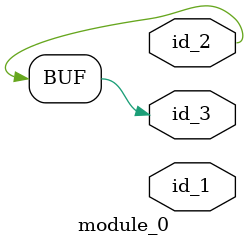
<source format=v>
module module_0 (
    id_1,
    id_2,
    id_3
);
  output id_3;
  output id_2;
  output id_1;
  assign id_2 = id_3;
endmodule

</source>
